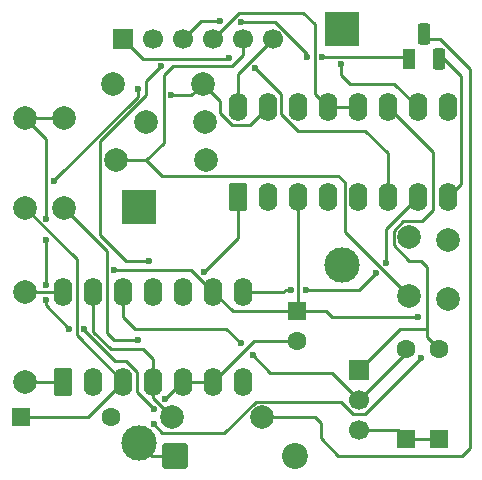
<source format=gbr>
%TF.GenerationSoftware,KiCad,Pcbnew,9.0.7*%
%TF.CreationDate,2026-01-25T23:05:14+01:00*%
%TF.ProjectId,DiceDIP_LowerPart,44696365-4449-4505-9f4c-6f7765725061,rev?*%
%TF.SameCoordinates,Original*%
%TF.FileFunction,Copper,L1,Top*%
%TF.FilePolarity,Positive*%
%FSLAX46Y46*%
G04 Gerber Fmt 4.6, Leading zero omitted, Abs format (unit mm)*
G04 Created by KiCad (PCBNEW 9.0.7) date 2026-01-25 23:05:14*
%MOMM*%
%LPD*%
G01*
G04 APERTURE LIST*
G04 Aperture macros list*
%AMRoundRect*
0 Rectangle with rounded corners*
0 $1 Rounding radius*
0 $2 $3 $4 $5 $6 $7 $8 $9 X,Y pos of 4 corners*
0 Add a 4 corners polygon primitive as box body*
4,1,4,$2,$3,$4,$5,$6,$7,$8,$9,$2,$3,0*
0 Add four circle primitives for the rounded corners*
1,1,$1+$1,$2,$3*
1,1,$1+$1,$4,$5*
1,1,$1+$1,$6,$7*
1,1,$1+$1,$8,$9*
0 Add four rect primitives between the rounded corners*
20,1,$1+$1,$2,$3,$4,$5,0*
20,1,$1+$1,$4,$5,$6,$7,0*
20,1,$1+$1,$6,$7,$8,$9,0*
20,1,$1+$1,$8,$9,$2,$3,0*%
G04 Aperture macros list end*
%TA.AperFunction,ComponentPad*%
%ADD10C,2.000000*%
%TD*%
%TA.AperFunction,ComponentPad*%
%ADD11R,1.100000X1.800000*%
%TD*%
%TA.AperFunction,ComponentPad*%
%ADD12RoundRect,0.275000X-0.275000X-0.625000X0.275000X-0.625000X0.275000X0.625000X-0.275000X0.625000X0*%
%TD*%
%TA.AperFunction,ComponentPad*%
%ADD13R,1.700000X1.700000*%
%TD*%
%TA.AperFunction,ComponentPad*%
%ADD14C,1.700000*%
%TD*%
%TA.AperFunction,ComponentPad*%
%ADD15RoundRect,0.250000X0.550000X-0.950000X0.550000X0.950000X-0.550000X0.950000X-0.550000X-0.950000X0*%
%TD*%
%TA.AperFunction,ComponentPad*%
%ADD16O,1.600000X2.400000*%
%TD*%
%TA.AperFunction,ComponentPad*%
%ADD17RoundRect,0.249999X-0.850001X-0.850001X0.850001X-0.850001X0.850001X0.850001X-0.850001X0.850001X0*%
%TD*%
%TA.AperFunction,ComponentPad*%
%ADD18C,2.200000*%
%TD*%
%TA.AperFunction,ComponentPad*%
%ADD19RoundRect,0.250000X-0.550000X0.550000X-0.550000X-0.550000X0.550000X-0.550000X0.550000X0.550000X0*%
%TD*%
%TA.AperFunction,ComponentPad*%
%ADD20C,1.600000*%
%TD*%
%TA.AperFunction,ComponentPad*%
%ADD21RoundRect,0.250000X-0.550000X-0.550000X0.550000X-0.550000X0.550000X0.550000X-0.550000X0.550000X0*%
%TD*%
%TA.AperFunction,ComponentPad*%
%ADD22RoundRect,0.250000X0.550000X-0.550000X0.550000X0.550000X-0.550000X0.550000X-0.550000X-0.550000X0*%
%TD*%
%TA.AperFunction,ComponentPad*%
%ADD23R,3.000000X3.000000*%
%TD*%
%TA.AperFunction,ComponentPad*%
%ADD24C,3.000000*%
%TD*%
%TA.AperFunction,ViaPad*%
%ADD25C,0.600000*%
%TD*%
%TA.AperFunction,Conductor*%
%ADD26C,0.250000*%
%TD*%
G04 APERTURE END LIST*
D10*
%TO.P,R4,1*%
%TO.N,Net-(C1-Pad2)*%
X109190000Y-81750000D03*
%TO.P,R4,2*%
%TO.N,Net-(D1-K)*%
X116810000Y-81750000D03*
%TD*%
D11*
%TO.P,Q1,1,C*%
%TO.N,Net-(J4-Pin_3)*%
X134230000Y-79670000D03*
D12*
%TO.P,Q1,2,B*%
%TO.N,Net-(Q1-B)*%
X135500000Y-77600000D03*
%TO.P,Q1,3,E*%
%TO.N,SW_V1*%
X136770000Y-79670000D03*
%TD*%
D13*
%TO.P,J4,1,Pin_1*%
%TO.N,Net-(J4-Pin_1)*%
X110000000Y-78000000D03*
D14*
%TO.P,J4,2,Pin_2*%
%TO.N,Net-(J4-Pin_2)*%
X112540000Y-78000000D03*
%TO.P,J4,3,Pin_3*%
%TO.N,Net-(J4-Pin_3)*%
X115080000Y-78000000D03*
%TO.P,J4,4,Pin_4*%
%TO.N,SW_V1*%
X117620000Y-78000000D03*
%TO.P,J4,5,Pin_5*%
%TO.N,SW_V2*%
X120160000Y-78000000D03*
%TO.P,J4,6,Pin_6*%
%TO.N,VCC*%
X122700000Y-78000000D03*
%TD*%
D13*
%TO.P,J1,1,Pin_1*%
%TO.N,Net-(D10-A)*%
X130000000Y-106000000D03*
D14*
%TO.P,J1,2,Pin_2*%
%TO.N,Net-(D9-A)*%
X130000000Y-108540000D03*
%TO.P,J1,3,Pin_3*%
%TO.N,Net-(D10-K)*%
X130000000Y-111080000D03*
%TD*%
D10*
%TO.P,C1,1*%
%TO.N,SW_V1*%
X117000000Y-85000000D03*
%TO.P,C1,2*%
%TO.N,Net-(C1-Pad2)*%
X112000000Y-85000000D03*
%TD*%
D15*
%TO.P,U1,1,PE*%
%TO.N,Net-(U1-PE)*%
X119750000Y-91370000D03*
D16*
%TO.P,U1,2,Q4*%
%TO.N,unconnected-(U1-Q4-Pad2)*%
X122290000Y-91370000D03*
%TO.P,U1,3,J4*%
%TO.N,VCC*%
X124830000Y-91370000D03*
%TO.P,U1,4,J1*%
X127370000Y-91370000D03*
%TO.P,U1,5,Cin*%
%TO.N,SW_V1*%
X129910000Y-91370000D03*
%TO.P,U1,6,Q1*%
%TO.N,Net-(J4-Pin_1)*%
X132450000Y-91370000D03*
%TO.P,U1,7,Cout*%
%TO.N,Net-(U1-Cout)*%
X134990000Y-91370000D03*
%TO.P,U1,8,VSS*%
%TO.N,SW_V1*%
X137530000Y-91370000D03*
%TO.P,U1,9,B/D*%
%TO.N,VCC*%
X137530000Y-83750000D03*
%TO.P,U1,10,U/D*%
X134990000Y-83750000D03*
%TO.P,U1,11,Q2*%
%TO.N,Net-(D10-A)*%
X132450000Y-83750000D03*
%TO.P,U1,12,J2*%
%TO.N,SW_V1*%
X129910000Y-83750000D03*
%TO.P,U1,13,J3*%
X127370000Y-83750000D03*
%TO.P,U1,14,Q3*%
%TO.N,Net-(D9-A)*%
X124830000Y-83750000D03*
%TO.P,U1,15,CK*%
%TO.N,Net-(D1-K)*%
X122290000Y-83750000D03*
%TO.P,U1,16,VDD*%
%TO.N,VCC*%
X119750000Y-83750000D03*
%TD*%
D17*
%TO.P,D11,1,K*%
%TO.N,Net-(BT1--)*%
X114420000Y-113250000D03*
D18*
%TO.P,D11,2,A*%
%TO.N,SW_V1*%
X124580000Y-113250000D03*
%TD*%
D19*
%TO.P,C3,1*%
%TO.N,VCC*%
X124750000Y-101044887D03*
D20*
%TO.P,C3,2*%
%TO.N,Net-(C3-Pad2)*%
X124750000Y-103544887D03*
%TD*%
D10*
%TO.P,R2,1*%
%TO.N,Net-(D1-K)*%
X101750000Y-92310000D03*
%TO.P,R2,2*%
%TO.N,Net-(C3-Pad2)*%
X101750000Y-84690000D03*
%TD*%
%TO.P,R3,1*%
%TO.N,SW_V1*%
X117060000Y-88250000D03*
%TO.P,R3,2*%
%TO.N,SW_V2*%
X109440000Y-88250000D03*
%TD*%
%TO.P,R1,1*%
%TO.N,Net-(D1-A)*%
X105000000Y-92310000D03*
%TO.P,R1,2*%
%TO.N,Net-(C3-Pad2)*%
X105000000Y-84690000D03*
%TD*%
D21*
%TO.P,D1,1,K*%
%TO.N,Net-(D1-K)*%
X101380000Y-110000000D03*
D20*
%TO.P,D1,2,A*%
%TO.N,Net-(D1-A)*%
X109000000Y-110000000D03*
%TD*%
D22*
%TO.P,D9,1,K*%
%TO.N,Net-(D10-K)*%
X134000000Y-111810000D03*
D20*
%TO.P,D9,2,A*%
%TO.N,Net-(D9-A)*%
X134000000Y-104190000D03*
%TD*%
D10*
%TO.P,C2,1*%
%TO.N,SW_V1*%
X137500000Y-95000000D03*
%TO.P,C2,2*%
%TO.N,VCC*%
X137500000Y-100000000D03*
%TD*%
D22*
%TO.P,D10,1,K*%
%TO.N,Net-(D10-K)*%
X136750000Y-111810000D03*
D20*
%TO.P,D10,2,A*%
%TO.N,Net-(D10-A)*%
X136750000Y-104190000D03*
%TD*%
D10*
%TO.P,C4,1*%
%TO.N,SW_V1*%
X134250000Y-94750000D03*
%TO.P,C4,2*%
%TO.N,SW_V2*%
X134250000Y-99750000D03*
%TD*%
%TO.P,R5,1*%
%TO.N,Net-(R5-Pad1)*%
X114190000Y-110000000D03*
%TO.P,R5,2*%
%TO.N,Net-(Q1-B)*%
X121810000Y-110000000D03*
%TD*%
D15*
%TO.P,U2,1*%
%TO.N,SW_V2*%
X104960000Y-107000000D03*
D16*
%TO.P,U2,2*%
%TO.N,Net-(C1-Pad2)*%
X107500000Y-107000000D03*
%TO.P,U2,3*%
%TO.N,Net-(D1-K)*%
X110040000Y-107000000D03*
%TO.P,U2,4*%
%TO.N,Net-(R5-Pad1)*%
X112580000Y-107000000D03*
%TO.P,U2,5*%
%TO.N,Net-(C3-Pad2)*%
X115120000Y-107000000D03*
%TO.P,U2,6*%
X117660000Y-107000000D03*
%TO.P,U2,7,Vss*%
%TO.N,SW_V1*%
X120200000Y-107000000D03*
%TO.P,U2,8*%
%TO.N,Net-(U1-Cout)*%
X120200000Y-99380000D03*
%TO.P,U2,9*%
%TO.N,VCC*%
X117660000Y-99380000D03*
%TO.P,U2,10*%
%TO.N,Net-(U1-PE)*%
X115120000Y-99380000D03*
%TO.P,U2,11*%
%TO.N,Net-(J4-Pin_2)*%
X112580000Y-99380000D03*
%TO.P,U2,12*%
%TO.N,Net-(D9-A)*%
X110040000Y-99380000D03*
%TO.P,U2,13*%
%TO.N,Net-(R5-Pad1)*%
X107500000Y-99380000D03*
%TO.P,U2,14,Vdd*%
%TO.N,VCC*%
X104960000Y-99380000D03*
%TD*%
D10*
%TO.P,R10,1*%
%TO.N,SW_V2*%
X101750000Y-107060000D03*
%TO.P,R10,2*%
%TO.N,VCC*%
X101750000Y-99440000D03*
%TD*%
D23*
%TO.P,BT2,1,+*%
%TO.N,VCC*%
X128600000Y-77100000D03*
D24*
%TO.P,BT2,2,-*%
%TO.N,Net-(BT1-+)*%
X128599999Y-97100001D03*
%TD*%
D23*
%TO.P,BT1,1,+*%
%TO.N,Net-(BT1-+)*%
X111400000Y-92200000D03*
D24*
%TO.P,BT1,2,-*%
%TO.N,Net-(BT1--)*%
X111400000Y-112200000D03*
%TD*%
D25*
%TO.N,VCC*%
X135000000Y-101500000D03*
X109251000Y-97500000D03*
X128500000Y-80125000D03*
%TO.N,Net-(C3-Pad2)*%
X103500000Y-95000000D03*
X103500000Y-100065000D03*
X113536942Y-108463058D03*
X103536942Y-93213058D03*
X103500000Y-98815000D03*
X106750000Y-102500000D03*
X105461000Y-102500000D03*
X112653058Y-109346942D03*
%TO.N,SW_V2*%
X112608774Y-110606615D03*
X135250000Y-105000000D03*
%TO.N,Net-(D1-K)*%
X111250000Y-82250000D03*
X114125000Y-82750000D03*
X104161942Y-90000000D03*
%TO.N,Net-(D1-A)*%
X111250000Y-103500000D03*
%TO.N,Net-(D9-A)*%
X121000000Y-104750000D03*
X120000000Y-103750000D03*
%TO.N,Net-(J4-Pin_1)*%
X118995558Y-79620558D03*
X121166942Y-80416942D03*
%TO.N,Net-(U1-Cout)*%
X125500000Y-99250000D03*
X132316942Y-96933058D03*
X131433058Y-97816942D03*
X124205000Y-99250000D03*
%TO.N,Net-(U1-PE)*%
X116888884Y-97725001D03*
%TO.N,Net-(J4-Pin_2)*%
X113250000Y-80308058D03*
X112250000Y-96750000D03*
%TO.N,Net-(J4-Pin_3)*%
X125625000Y-79500000D03*
X126875000Y-79500000D03*
X118243058Y-76493058D03*
X120001942Y-76501942D03*
%TD*%
D26*
%TO.N,Net-(BT1--)*%
X112450000Y-113250000D02*
X114420000Y-113250000D01*
X111400000Y-112200000D02*
X112450000Y-113250000D01*
%TO.N,VCC*%
X122700000Y-78000000D02*
X119750000Y-80950000D01*
X117660000Y-99380000D02*
X115780000Y-97500000D01*
X101750000Y-99440000D02*
X104900000Y-99440000D01*
X132990000Y-81750000D02*
X129250000Y-81750000D01*
X128500000Y-81000000D02*
X128500000Y-80125000D01*
X124750000Y-101044887D02*
X119324887Y-101044887D01*
X135000000Y-101500000D02*
X127750000Y-101500000D01*
X115780000Y-97500000D02*
X109251000Y-97500000D01*
X119324887Y-101044887D02*
X117660000Y-99380000D01*
X124750000Y-101000000D02*
X124830000Y-100920000D01*
X127750000Y-101500000D02*
X127250000Y-101000000D01*
X127250000Y-101000000D02*
X127205113Y-101044887D01*
X129250000Y-81750000D02*
X128500000Y-81000000D01*
X119750000Y-80950000D02*
X119750000Y-83750000D01*
X127205113Y-101044887D02*
X124750000Y-101044887D01*
X124750000Y-101044887D02*
X124750000Y-101000000D01*
X104900000Y-99440000D02*
X104960000Y-99380000D01*
X124830000Y-100920000D02*
X124830000Y-91370000D01*
X134990000Y-83750000D02*
X132990000Y-81750000D01*
%TO.N,Net-(C1-Pad2)*%
X112000000Y-84560000D02*
X112000000Y-85000000D01*
%TO.N,SW_V1*%
X125250000Y-75750000D02*
X126250000Y-76750000D01*
X138656000Y-90244000D02*
X137530000Y-91370000D01*
X136770000Y-79270000D02*
X138656000Y-81156000D01*
X134250000Y-94750000D02*
X134375248Y-94750000D01*
X127370000Y-83750000D02*
X129910000Y-83750000D01*
X119870000Y-75750000D02*
X125250000Y-75750000D01*
X126250000Y-76750000D02*
X126250000Y-82630000D01*
X117000000Y-88190000D02*
X117060000Y-88250000D01*
X137530000Y-94720000D02*
X137500000Y-94750000D01*
X117620000Y-78000000D02*
X119870000Y-75750000D01*
X138656000Y-81156000D02*
X138656000Y-90244000D01*
X126250000Y-82630000D02*
X127370000Y-83750000D01*
%TO.N,Net-(C3-Pad2)*%
X112653058Y-109346942D02*
X111166000Y-107859884D01*
X110282404Y-105250000D02*
X110000000Y-105250000D01*
X117660000Y-107000000D02*
X115120000Y-107000000D01*
X115120000Y-107000000D02*
X115000000Y-107000000D01*
X103500000Y-100539000D02*
X103500000Y-100065000D01*
X121115113Y-103544887D02*
X124750000Y-103544887D01*
X117660000Y-107000000D02*
X121115113Y-103544887D01*
X106750000Y-102637810D02*
X106750000Y-102500000D01*
X105461000Y-102500000D02*
X103500000Y-100539000D01*
X109362190Y-105250000D02*
X106750000Y-102637810D01*
X103536942Y-93213058D02*
X103536942Y-86476942D01*
X111166000Y-106133596D02*
X110282404Y-105250000D01*
X115000000Y-107000000D02*
X113536942Y-108463058D01*
X103536942Y-86476942D02*
X101750000Y-84690000D01*
X101750000Y-84690000D02*
X105000000Y-84690000D01*
X111166000Y-107859884D02*
X111166000Y-106133596D01*
X110000000Y-105250000D02*
X109362190Y-105250000D01*
X103500000Y-98815000D02*
X103500000Y-95000000D01*
%TO.N,SW_V2*%
X112608774Y-110606615D02*
X113328159Y-111326000D01*
X114250000Y-80250000D02*
X119250000Y-80250000D01*
X104900000Y-107060000D02*
X104960000Y-107000000D01*
X121260752Y-108674000D02*
X128470884Y-108674000D01*
X118608752Y-111326000D02*
X121260752Y-108674000D01*
X113326000Y-89576000D02*
X112000000Y-88250000D01*
X120160000Y-79340000D02*
X120160000Y-78000000D01*
X130534000Y-109716000D02*
X135250000Y-105000000D01*
X128784000Y-94284000D02*
X128784000Y-90118000D01*
X112000000Y-88250000D02*
X113500000Y-86750000D01*
X128784000Y-90118000D02*
X128242000Y-89576000D01*
X128470884Y-108674000D02*
X129512884Y-109716000D01*
X109440000Y-88250000D02*
X112000000Y-88250000D01*
X128242000Y-89576000D02*
X113326000Y-89576000D01*
X113500000Y-81000000D02*
X114250000Y-80250000D01*
X113500000Y-86750000D02*
X113500000Y-81000000D01*
X101750000Y-107060000D02*
X104900000Y-107060000D01*
X129512884Y-109716000D02*
X130534000Y-109716000D01*
X134250000Y-99750000D02*
X128784000Y-94284000D01*
X119250000Y-80250000D02*
X120160000Y-79340000D01*
X113328159Y-111326000D02*
X118608752Y-111326000D01*
%TO.N,Net-(D1-K)*%
X115810000Y-82750000D02*
X116810000Y-81750000D01*
X111250000Y-82862190D02*
X111250000Y-82250000D01*
X101380000Y-110000000D02*
X107040000Y-110000000D01*
X120764000Y-85276000D02*
X122290000Y-83750000D01*
X118250000Y-84242404D02*
X118250000Y-83250000D01*
X119283596Y-85276000D02*
X120764000Y-85276000D01*
X106086000Y-103046000D02*
X110040000Y-107000000D01*
X101750000Y-92310000D02*
X106086000Y-96646000D01*
X107040000Y-110000000D02*
X110040000Y-107000000D01*
X116810000Y-81750000D02*
X116810000Y-81810000D01*
X104161942Y-89950248D02*
X111250000Y-82862190D01*
X114125000Y-82750000D02*
X115810000Y-82750000D01*
X106086000Y-96646000D02*
X106086000Y-103046000D01*
X104161942Y-90000000D02*
X104161942Y-89950248D01*
X119283596Y-85276000D02*
X118250000Y-84242404D01*
X116810000Y-81810000D02*
X118250000Y-83250000D01*
%TO.N,Net-(D1-A)*%
X105000000Y-92310000D02*
X108626000Y-95936000D01*
X108626000Y-102876000D02*
X109250000Y-103500000D01*
X108626000Y-95936000D02*
X108626000Y-102876000D01*
X109250000Y-103500000D02*
X111250000Y-103500000D01*
%TO.N,Net-(D10-K)*%
X134000000Y-111810000D02*
X136750000Y-111810000D01*
X133270000Y-111080000D02*
X134000000Y-111810000D01*
X130000000Y-111080000D02*
X133270000Y-111080000D01*
%TO.N,Net-(D9-A)*%
X123750000Y-106250000D02*
X122500000Y-106250000D01*
X130000000Y-108540000D02*
X134000000Y-104540000D01*
X110040000Y-101540000D02*
X110040000Y-99380000D01*
X111000000Y-102500000D02*
X110040000Y-101540000D01*
X120000000Y-103750000D02*
X118750000Y-102500000D01*
X127710000Y-106250000D02*
X123750000Y-106250000D01*
X130000000Y-108540000D02*
X127710000Y-106250000D01*
X122500000Y-106250000D02*
X121000000Y-104750000D01*
X118750000Y-102500000D02*
X111000000Y-102500000D01*
X134000000Y-104540000D02*
X134000000Y-104190000D01*
%TO.N,Net-(D10-A)*%
X135250000Y-96750000D02*
X135750000Y-97250000D01*
X132450000Y-83750000D02*
X136250000Y-87550000D01*
X130000000Y-106000000D02*
X133500000Y-102500000D01*
X132924000Y-94200752D02*
X132924000Y-95424000D01*
X136250000Y-87550000D02*
X136250000Y-92500000D01*
X135326000Y-93424000D02*
X133700752Y-93424000D01*
X135750000Y-102500000D02*
X135750000Y-103190000D01*
X135750000Y-103190000D02*
X136750000Y-104190000D01*
X135750000Y-97250000D02*
X135750000Y-102500000D01*
X134250000Y-96750000D02*
X135250000Y-96750000D01*
X132924000Y-95424000D02*
X134250000Y-96750000D01*
X133700752Y-93424000D02*
X132924000Y-94200752D01*
X133500000Y-102500000D02*
X135750000Y-102500000D01*
X136250000Y-92500000D02*
X135326000Y-93424000D01*
%TO.N,Net-(J4-Pin_1)*%
X118995558Y-79620558D02*
X118933058Y-79683058D01*
X123416000Y-82666000D02*
X121166942Y-80416942D01*
X132450000Y-91370000D02*
X132450000Y-87665000D01*
X130535000Y-85750000D02*
X124837596Y-85750000D01*
X118933058Y-79683058D02*
X111683058Y-79683058D01*
X132450000Y-87665000D02*
X130535000Y-85750000D01*
X111683058Y-79683058D02*
X110000000Y-78000000D01*
X123416000Y-84328404D02*
X123416000Y-82666000D01*
X124837596Y-85750000D02*
X123416000Y-84328404D01*
%TO.N,Net-(Q1-B)*%
X139374000Y-80516438D02*
X139374000Y-112336488D01*
X126250000Y-110000000D02*
X121810000Y-110000000D01*
X139364235Y-112635765D02*
X138750000Y-113250000D01*
X126750000Y-111750000D02*
X126750000Y-110500000D01*
X139374000Y-112336488D02*
X139364235Y-112635765D01*
X136857562Y-78000000D02*
X139374000Y-80516438D01*
X128250000Y-113250000D02*
X126750000Y-111750000D01*
X135500000Y-78000000D02*
X136857562Y-78000000D01*
X138750000Y-113250000D02*
X128250000Y-113250000D01*
X126750000Y-110500000D02*
X126250000Y-110000000D01*
%TO.N,Net-(R5-Pad1)*%
X107500000Y-102750000D02*
X107500000Y-99380000D01*
X111750000Y-104250000D02*
X109000000Y-104250000D01*
X112580000Y-108390000D02*
X112580000Y-107000000D01*
X114190000Y-110000000D02*
X112580000Y-108390000D01*
X112580000Y-105080000D02*
X111750000Y-104250000D01*
X112580000Y-107000000D02*
X112580000Y-105080000D01*
X109000000Y-104250000D02*
X107500000Y-102750000D01*
%TO.N,Net-(U1-Cout)*%
X134990000Y-91370000D02*
X132316942Y-94043058D01*
X132316942Y-94043058D02*
X132316942Y-96933058D01*
X131433058Y-97816942D02*
X130000000Y-99250000D01*
X130000000Y-99250000D02*
X125500000Y-99250000D01*
X123620000Y-99380000D02*
X120200000Y-99380000D01*
X123750000Y-99250000D02*
X123620000Y-99380000D01*
X124205000Y-99250000D02*
X123750000Y-99250000D01*
%TO.N,Net-(U1-PE)*%
X116888884Y-97725001D02*
X119750000Y-94863885D01*
X119750000Y-94863885D02*
X119750000Y-91370000D01*
%TO.N,Net-(J4-Pin_2)*%
X110250000Y-96750000D02*
X108114000Y-94614000D01*
X112000000Y-82750000D02*
X112000000Y-81558058D01*
X112250000Y-96750000D02*
X110250000Y-96750000D01*
X108114000Y-94614000D02*
X108114000Y-86636000D01*
X108114000Y-86636000D02*
X112000000Y-82750000D01*
X112000000Y-81558058D02*
X113250000Y-80308058D01*
%TO.N,Net-(J4-Pin_3)*%
X118243058Y-76493058D02*
X116586942Y-76493058D01*
X133000000Y-79500000D02*
X126875000Y-79500000D01*
X134000000Y-79500000D02*
X133000000Y-79500000D01*
X125625000Y-79500000D02*
X125625000Y-79261884D01*
X125625000Y-79261884D02*
X122863116Y-76500000D01*
X134230000Y-79270000D02*
X134000000Y-79500000D01*
X122863116Y-76500000D02*
X120000000Y-76500000D01*
X120000000Y-76500000D02*
X120001942Y-76501942D01*
X116586942Y-76493058D02*
X115080000Y-78000000D01*
%TD*%
M02*

</source>
